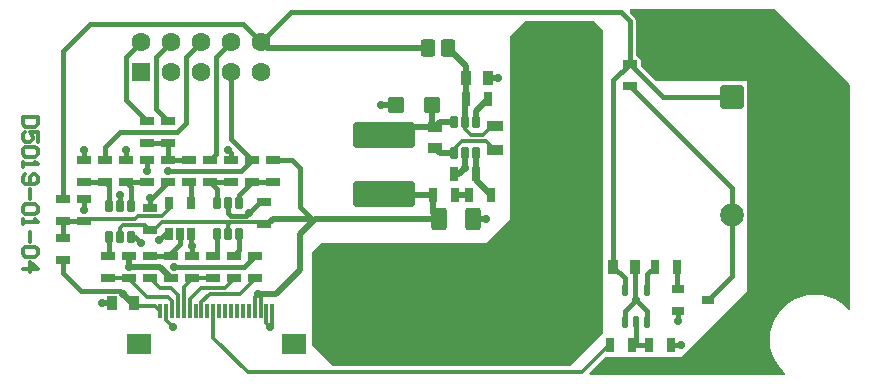
<source format=gtl>
G04*
G04 #@! TF.GenerationSoftware,Altium Limited,Altium Designer,20.1.7 (139)*
G04*
G04 Layer_Physical_Order=1*
G04 Layer_Color=255*
%FSLAX25Y25*%
%MOIN*%
G70*
G04*
G04 #@! TF.SameCoordinates,E1A335BD-9FE3-4FE6-8923-20F36EF7B3F0*
G04*
G04*
G04 #@! TF.FilePolarity,Positive*
G04*
G01*
G75*
G04:AMPARAMS|DCode=30|XSize=49.21mil|YSize=27.56mil|CornerRadius=2.76mil|HoleSize=0mil|Usage=FLASHONLY|Rotation=180.000|XOffset=0mil|YOffset=0mil|HoleType=Round|Shape=RoundedRectangle|*
%AMROUNDEDRECTD30*
21,1,0.04921,0.02205,0,0,180.0*
21,1,0.04370,0.02756,0,0,180.0*
1,1,0.00551,-0.02185,0.01102*
1,1,0.00551,0.02185,0.01102*
1,1,0.00551,0.02185,-0.01102*
1,1,0.00551,-0.02185,-0.01102*
%
%ADD30ROUNDEDRECTD30*%
G04:AMPARAMS|DCode=31|XSize=23.62mil|YSize=43.31mil|CornerRadius=5.91mil|HoleSize=0mil|Usage=FLASHONLY|Rotation=0.000|XOffset=0mil|YOffset=0mil|HoleType=Round|Shape=RoundedRectangle|*
%AMROUNDEDRECTD31*
21,1,0.02362,0.03150,0,0,0.0*
21,1,0.01181,0.04331,0,0,0.0*
1,1,0.01181,0.00591,-0.01575*
1,1,0.01181,-0.00591,-0.01575*
1,1,0.01181,-0.00591,0.01575*
1,1,0.01181,0.00591,0.01575*
%
%ADD31ROUNDEDRECTD31*%
G04:AMPARAMS|DCode=32|XSize=49.21mil|YSize=27.56mil|CornerRadius=2.76mil|HoleSize=0mil|Usage=FLASHONLY|Rotation=270.000|XOffset=0mil|YOffset=0mil|HoleType=Round|Shape=RoundedRectangle|*
%AMROUNDEDRECTD32*
21,1,0.04921,0.02205,0,0,270.0*
21,1,0.04370,0.02756,0,0,270.0*
1,1,0.00551,-0.01102,-0.02185*
1,1,0.00551,-0.01102,0.02185*
1,1,0.00551,0.01102,0.02185*
1,1,0.00551,0.01102,-0.02185*
%
%ADD32ROUNDEDRECTD32*%
G04:AMPARAMS|DCode=33|XSize=23.62mil|YSize=43.31mil|CornerRadius=2.36mil|HoleSize=0mil|Usage=FLASHONLY|Rotation=180.000|XOffset=0mil|YOffset=0mil|HoleType=Round|Shape=RoundedRectangle|*
%AMROUNDEDRECTD33*
21,1,0.02362,0.03858,0,0,180.0*
21,1,0.01890,0.04331,0,0,180.0*
1,1,0.00472,-0.00945,0.01929*
1,1,0.00472,0.00945,0.01929*
1,1,0.00472,0.00945,-0.01929*
1,1,0.00472,-0.00945,-0.01929*
%
%ADD33ROUNDEDRECTD33*%
G04:AMPARAMS|DCode=34|XSize=55.12mil|YSize=31.5mil|CornerRadius=3.15mil|HoleSize=0mil|Usage=FLASHONLY|Rotation=180.000|XOffset=0mil|YOffset=0mil|HoleType=Round|Shape=RoundedRectangle|*
%AMROUNDEDRECTD34*
21,1,0.05512,0.02520,0,0,180.0*
21,1,0.04882,0.03150,0,0,180.0*
1,1,0.00630,-0.02441,0.01260*
1,1,0.00630,0.02441,0.01260*
1,1,0.00630,0.02441,-0.01260*
1,1,0.00630,-0.02441,-0.01260*
%
%ADD34ROUNDEDRECTD34*%
G04:AMPARAMS|DCode=35|XSize=55.12mil|YSize=51.18mil|CornerRadius=5.12mil|HoleSize=0mil|Usage=FLASHONLY|Rotation=270.000|XOffset=0mil|YOffset=0mil|HoleType=Round|Shape=RoundedRectangle|*
%AMROUNDEDRECTD35*
21,1,0.05512,0.04095,0,0,270.0*
21,1,0.04488,0.05118,0,0,270.0*
1,1,0.01024,-0.02047,-0.02244*
1,1,0.01024,-0.02047,0.02244*
1,1,0.01024,0.02047,0.02244*
1,1,0.01024,0.02047,-0.02244*
%
%ADD35ROUNDEDRECTD35*%
G04:AMPARAMS|DCode=36|XSize=86.61mil|YSize=204.72mil|CornerRadius=8.66mil|HoleSize=0mil|Usage=FLASHONLY|Rotation=90.000|XOffset=0mil|YOffset=0mil|HoleType=Round|Shape=RoundedRectangle|*
%AMROUNDEDRECTD36*
21,1,0.08661,0.18740,0,0,90.0*
21,1,0.06929,0.20472,0,0,90.0*
1,1,0.01732,0.09370,0.03465*
1,1,0.01732,0.09370,-0.03465*
1,1,0.01732,-0.09370,-0.03465*
1,1,0.01732,-0.09370,0.03465*
%
%ADD36ROUNDEDRECTD36*%
G04:AMPARAMS|DCode=37|XSize=72.84mil|YSize=51.18mil|CornerRadius=7.68mil|HoleSize=0mil|Usage=FLASHONLY|Rotation=270.000|XOffset=0mil|YOffset=0mil|HoleType=Round|Shape=RoundedRectangle|*
%AMROUNDEDRECTD37*
21,1,0.07284,0.03583,0,0,270.0*
21,1,0.05748,0.05118,0,0,270.0*
1,1,0.01535,-0.01791,-0.02874*
1,1,0.01535,-0.01791,0.02874*
1,1,0.01535,0.01791,0.02874*
1,1,0.01535,0.01791,-0.02874*
%
%ADD37ROUNDEDRECTD37*%
G04:AMPARAMS|DCode=38|XSize=49.21mil|YSize=31.5mil|CornerRadius=3.15mil|HoleSize=0mil|Usage=FLASHONLY|Rotation=90.000|XOffset=0mil|YOffset=0mil|HoleType=Round|Shape=RoundedRectangle|*
%AMROUNDEDRECTD38*
21,1,0.04921,0.02520,0,0,90.0*
21,1,0.04291,0.03150,0,0,90.0*
1,1,0.00630,0.01260,0.02146*
1,1,0.00630,0.01260,-0.02146*
1,1,0.00630,-0.01260,-0.02146*
1,1,0.00630,-0.01260,0.02146*
%
%ADD38ROUNDEDRECTD38*%
G04:AMPARAMS|DCode=39|XSize=57.09mil|YSize=49.21mil|CornerRadius=9.84mil|HoleSize=0mil|Usage=FLASHONLY|Rotation=90.000|XOffset=0mil|YOffset=0mil|HoleType=Round|Shape=RoundedRectangle|*
%AMROUNDEDRECTD39*
21,1,0.05709,0.02953,0,0,90.0*
21,1,0.03740,0.04921,0,0,90.0*
1,1,0.01968,0.01476,0.01870*
1,1,0.01968,0.01476,-0.01870*
1,1,0.01968,-0.01476,-0.01870*
1,1,0.01968,-0.01476,0.01870*
%
%ADD39ROUNDEDRECTD39*%
%ADD40R,0.01181X0.05118*%
%ADD41R,0.07874X0.07087*%
G04:AMPARAMS|DCode=42|XSize=19.68mil|YSize=39.37mil|CornerRadius=2.46mil|HoleSize=0mil|Usage=FLASHONLY|Rotation=180.000|XOffset=0mil|YOffset=0mil|HoleType=Round|Shape=RoundedRectangle|*
%AMROUNDEDRECTD42*
21,1,0.01968,0.03445,0,0,180.0*
21,1,0.01476,0.03937,0,0,180.0*
1,1,0.00492,-0.00738,0.01722*
1,1,0.00492,0.00738,0.01722*
1,1,0.00492,0.00738,-0.01722*
1,1,0.00492,-0.00738,-0.01722*
%
%ADD42ROUNDEDRECTD42*%
G04:AMPARAMS|DCode=43|XSize=23.62mil|YSize=43.31mil|CornerRadius=2.36mil|HoleSize=0mil|Usage=FLASHONLY|Rotation=90.000|XOffset=0mil|YOffset=0mil|HoleType=Round|Shape=RoundedRectangle|*
%AMROUNDEDRECTD43*
21,1,0.02362,0.03858,0,0,90.0*
21,1,0.01890,0.04331,0,0,90.0*
1,1,0.00472,0.01929,0.00945*
1,1,0.00472,0.01929,-0.00945*
1,1,0.00472,-0.01929,-0.00945*
1,1,0.00472,-0.01929,0.00945*
%
%ADD43ROUNDEDRECTD43*%
G04:AMPARAMS|DCode=44|XSize=49.21mil|YSize=31.5mil|CornerRadius=3.15mil|HoleSize=0mil|Usage=FLASHONLY|Rotation=180.000|XOffset=0mil|YOffset=0mil|HoleType=Round|Shape=RoundedRectangle|*
%AMROUNDEDRECTD44*
21,1,0.04921,0.02520,0,0,180.0*
21,1,0.04291,0.03150,0,0,180.0*
1,1,0.00630,-0.02146,0.01260*
1,1,0.00630,0.02146,0.01260*
1,1,0.00630,0.02146,-0.01260*
1,1,0.00630,-0.02146,-0.01260*
%
%ADD44ROUNDEDRECTD44*%
%ADD45C,0.01575*%
%ADD46C,0.01181*%
%ADD47C,0.01968*%
%ADD48C,0.01200*%
%ADD49C,0.07874*%
G04:AMPARAMS|DCode=50|XSize=78.74mil|YSize=78.74mil|CornerRadius=7.87mil|HoleSize=0mil|Usage=FLASHONLY|Rotation=270.000|XOffset=0mil|YOffset=0mil|HoleType=Round|Shape=RoundedRectangle|*
%AMROUNDEDRECTD50*
21,1,0.07874,0.06299,0,0,270.0*
21,1,0.06299,0.07874,0,0,270.0*
1,1,0.01575,-0.03150,-0.03150*
1,1,0.01575,-0.03150,0.03150*
1,1,0.01575,0.03150,0.03150*
1,1,0.01575,0.03150,-0.03150*
%
%ADD50ROUNDEDRECTD50*%
%ADD51R,0.06299X0.06299*%
%ADD52C,0.06299*%
%ADD53C,0.02756*%
G36*
X198000Y122000D02*
X201000Y119000D01*
X201000Y18000D01*
X190000Y7000D01*
X111000Y7000D01*
X104000Y14000D01*
X104000Y45000D01*
X107000Y48000D01*
X162000Y48000D01*
X170000Y56000D01*
Y117000D01*
X175000Y122000D01*
X198000Y122000D01*
D02*
G37*
G36*
X283431Y100717D02*
Y25741D01*
X282962Y25568D01*
X282276Y26371D01*
X280484Y27902D01*
X278474Y29133D01*
X276296Y30035D01*
X274004Y30586D01*
X271654Y30771D01*
X269303Y30586D01*
X267011Y30035D01*
X264833Y29133D01*
X262823Y27902D01*
X261031Y26371D01*
X259500Y24578D01*
X258268Y22568D01*
X257366Y20390D01*
X256816Y18098D01*
X256631Y15748D01*
X256816Y13398D01*
X257366Y11106D01*
X258268Y8928D01*
X259500Y6918D01*
X261031Y5125D01*
X261799Y4469D01*
X261626Y4000D01*
X196653Y4000D01*
X196462Y4462D01*
X202000Y10000D01*
X227000Y10000D01*
X249000Y32000D01*
X249000Y102000D01*
X218318Y102000D01*
X213486Y106832D01*
Y108843D01*
X213387Y109340D01*
X213105Y109762D01*
X212683Y110044D01*
X212185Y110143D01*
X211822D01*
Y122000D01*
X211822Y122000D01*
X211684Y122697D01*
X211289Y123289D01*
X211289Y123289D01*
X210000Y124577D01*
Y125950D01*
X258198D01*
X283431Y100717D01*
D02*
G37*
D30*
X210000Y107740D02*
D03*
Y100260D02*
D03*
X56000Y88709D02*
D03*
Y81228D02*
D03*
X88000Y54260D02*
D03*
Y61740D02*
D03*
X63000Y75709D02*
D03*
Y68228D02*
D03*
X56000Y75709D02*
D03*
Y68228D02*
D03*
X21000Y42260D02*
D03*
Y49740D02*
D03*
X50000Y43740D02*
D03*
Y36260D02*
D03*
X21000Y62740D02*
D03*
Y55260D02*
D03*
X42000Y75709D02*
D03*
Y68228D02*
D03*
X49000Y75709D02*
D03*
Y68228D02*
D03*
X78000Y43740D02*
D03*
Y36260D02*
D03*
X84000Y75709D02*
D03*
Y68228D02*
D03*
X91000Y68228D02*
D03*
Y75709D02*
D03*
X36000Y43740D02*
D03*
Y36260D02*
D03*
X35000Y75709D02*
D03*
Y68228D02*
D03*
X71000Y43740D02*
D03*
Y36260D02*
D03*
X70000Y75709D02*
D03*
Y68228D02*
D03*
X57000Y43740D02*
D03*
Y36260D02*
D03*
X28000Y68228D02*
D03*
Y75709D02*
D03*
X43000Y36260D02*
D03*
Y43740D02*
D03*
X64000Y36260D02*
D03*
Y43740D02*
D03*
X50000Y52260D02*
D03*
Y59740D02*
D03*
X28000Y55260D02*
D03*
Y62740D02*
D03*
X77000Y68228D02*
D03*
Y75709D02*
D03*
X49000Y88709D02*
D03*
Y81228D02*
D03*
X85000Y43740D02*
D03*
Y36260D02*
D03*
D31*
X43740Y49882D02*
D03*
X40000D02*
D03*
X36260D02*
D03*
Y60118D02*
D03*
X40000D02*
D03*
X43740D02*
D03*
X151260Y88118D02*
D03*
X155000D02*
D03*
X158740D02*
D03*
Y77882D02*
D03*
X155000D02*
D03*
X151260D02*
D03*
X79740Y50882D02*
D03*
X76000D02*
D03*
X72260D02*
D03*
Y61118D02*
D03*
X76000D02*
D03*
X79740D02*
D03*
D32*
X163740Y64000D02*
D03*
X156260D02*
D03*
X151260Y71000D02*
D03*
X158740D02*
D03*
X216260Y14000D02*
D03*
X223740D02*
D03*
X210740D02*
D03*
X203260D02*
D03*
X218260Y40000D02*
D03*
X225740D02*
D03*
X155260Y96000D02*
D03*
X162740D02*
D03*
X151740Y64000D02*
D03*
X144260D02*
D03*
D33*
X56260Y61118D02*
D03*
X63740D02*
D03*
Y50882D02*
D03*
X60000D02*
D03*
X56260D02*
D03*
D34*
X165000Y79063D02*
D03*
Y86937D02*
D03*
D35*
X132095Y94000D02*
D03*
X143905D02*
D03*
D36*
X128000Y83842D02*
D03*
Y64157D02*
D03*
D37*
X146291Y56000D02*
D03*
X157709D02*
D03*
D38*
X37457Y28000D02*
D03*
X44543D02*
D03*
X162543Y103000D02*
D03*
X155457D02*
D03*
X204457Y40000D02*
D03*
X211543D02*
D03*
D39*
X142555Y113000D02*
D03*
X149445D02*
D03*
D40*
X82890Y25189D02*
D03*
X80921D02*
D03*
X78953D02*
D03*
X76984D02*
D03*
X75016D02*
D03*
X73047D02*
D03*
X71079D02*
D03*
X65173D02*
D03*
X63205D02*
D03*
X61236D02*
D03*
X59268D02*
D03*
X57299D02*
D03*
X55331D02*
D03*
X53362D02*
D03*
X67142D02*
D03*
X69110D02*
D03*
X84858D02*
D03*
X86827D02*
D03*
X88795D02*
D03*
X90764D02*
D03*
D41*
X46276Y14362D02*
D03*
X97850D02*
D03*
D42*
X208260Y32315D02*
D03*
X215740D02*
D03*
Y21685D02*
D03*
X212000D02*
D03*
X208260D02*
D03*
D43*
X225882Y32740D02*
D03*
Y25260D02*
D03*
X236118Y29000D02*
D03*
D44*
X145000Y79457D02*
D03*
Y86543D02*
D03*
D45*
X76000Y79000D02*
X77000Y78000D01*
Y75709D02*
Y78000D01*
X42000Y75709D02*
Y79000D01*
X28000Y75709D02*
Y79000D01*
X21000Y62740D02*
Y112000D01*
X30000Y121000D01*
X81000D01*
X87000Y115000D01*
X50000Y63000D02*
X50772D01*
X56000Y68228D01*
X77000Y82709D02*
X84000Y75709D01*
X77000Y82709D02*
Y105000D01*
X70000Y75709D02*
X72000Y77709D01*
Y110000D01*
X77000Y115000D01*
X42000Y95709D02*
X49000Y88709D01*
X42000Y95709D02*
Y110000D01*
X47000Y115000D01*
X52000Y92709D02*
X56000Y88709D01*
X52000Y92709D02*
Y110000D01*
X57000Y115000D01*
X49000Y71969D02*
Y75709D01*
X56000D02*
Y81228D01*
X35000Y80000D02*
X40000Y85000D01*
X35000Y75709D02*
Y80000D01*
X40000Y85000D02*
X59000D01*
X62000Y88000D01*
X100000Y60000D02*
Y73000D01*
X97291Y75709D02*
X100000Y73000D01*
X91000Y75709D02*
X97291D01*
X79740Y63968D02*
X84000Y68228D01*
X79740Y61118D02*
Y63968D01*
X63000Y68228D02*
X63740Y67488D01*
Y61118D02*
Y67488D01*
X70000Y68228D02*
X72260Y65969D01*
X70000Y68228D02*
X70000Y68228D01*
X72260Y61118D02*
Y65969D01*
X70000Y68228D02*
X77000D01*
X79740Y61118D02*
X80000Y61378D01*
X42000Y68228D02*
X49000D01*
X42000D02*
X43740Y66488D01*
Y60118D02*
Y66488D01*
X35000Y68228D02*
X36260Y66969D01*
Y60118D02*
Y66969D01*
X79740Y45480D02*
Y50882D01*
X72260Y45000D02*
Y50882D01*
X27000Y32000D02*
X39854D01*
X21000Y38000D02*
Y42260D01*
Y38000D02*
X27000Y32000D01*
X63740Y47260D02*
X64000Y47000D01*
X63740Y47260D02*
Y50882D01*
X64000Y43740D02*
Y47000D01*
X45118Y49882D02*
X47000Y48000D01*
X43740Y49882D02*
X45118D01*
X60000Y50882D02*
Y51000D01*
Y47740D02*
Y50882D01*
X39854Y32000D02*
X41000Y30854D01*
X62000Y88000D02*
Y110000D01*
X49000Y81228D02*
X56000D01*
X62000Y110000D02*
X67000Y115000D01*
X28000Y59000D02*
Y62740D01*
X40000Y60118D02*
Y64000D01*
X50000Y59740D02*
Y63000D01*
X53000Y49000D02*
X54882Y50882D01*
X56260D01*
X56000Y71969D02*
X80260D01*
X84000Y75709D01*
X28000Y68228D02*
X35000D01*
X56000Y75709D02*
X63000D01*
X83000Y58000D02*
X86740Y61740D01*
X88000D01*
X82000Y57000D02*
X83000Y58000D01*
X77000Y57000D02*
X82000D01*
X76000Y58000D02*
X77000Y57000D01*
X76000Y58000D02*
Y61118D01*
X104000Y56000D02*
X105000D01*
X100000Y60000D02*
X104000Y56000D01*
X84000Y68228D02*
X84000Y68228D01*
X91000D01*
X211543Y29425D02*
X212000Y28969D01*
X211543Y29425D02*
Y40000D01*
X208260Y25229D02*
X212000Y28969D01*
X208260Y21685D02*
Y25229D01*
X212000Y28969D02*
X215740Y25229D01*
Y21685D02*
Y25229D01*
X225882Y22118D02*
X226000Y22000D01*
X225882Y22118D02*
Y25260D01*
X223740Y14000D02*
X227000D01*
X210740D02*
X216260D01*
X210740D02*
X212000Y15259D01*
Y21685D01*
X97000Y125000D02*
X207000D01*
X210000Y107740D02*
Y122000D01*
X207000Y125000D02*
X210000Y122000D01*
Y100260D02*
X244000Y66260D01*
Y57315D02*
Y66260D01*
X210000Y107740D02*
X221055Y96685D01*
X244000D01*
X204457Y102197D02*
X210000Y107740D01*
X204457Y40000D02*
Y102197D01*
Y40000D02*
X208260Y36197D01*
Y32315D02*
Y36197D01*
X215740Y37480D02*
X218260Y40000D01*
X215740Y32315D02*
Y37480D01*
X225740Y32882D02*
X225882Y32740D01*
X225740Y32882D02*
Y40000D01*
X236118Y29000D02*
X244000Y36882D01*
Y57315D01*
X87000Y115000D02*
X97000Y125000D01*
X28000Y55260D02*
X28000Y55260D01*
X21000Y55260D02*
X28000D01*
X21000Y49740D02*
Y55260D01*
X43740Y49685D02*
Y49882D01*
X58000Y40000D02*
X81260D01*
X85000Y43740D01*
X78000D02*
X79740Y45480D01*
X71000Y43740D02*
X72260Y45000D01*
X36000Y43740D02*
X36260Y44000D01*
Y45000D02*
Y49882D01*
X50000Y43740D02*
X57000D01*
Y44740D02*
X60000Y47740D01*
D46*
X77000Y55000D02*
X88000D01*
X70000Y31000D02*
X80000D01*
X85000Y36000D02*
Y36260D01*
X80000Y31000D02*
X85000Y36000D01*
X67000Y33000D02*
X75000D01*
X78000Y36000D02*
Y36260D01*
X75000Y33000D02*
X78000Y36000D01*
X61236Y25189D02*
Y33236D01*
X64000Y36000D02*
Y36260D01*
X61236Y33236D02*
X64000Y36000D01*
X50000Y36260D02*
X53260Y33000D01*
X57000D01*
X43000Y36000D02*
Y36260D01*
X49000Y30000D02*
X56000D01*
X43000Y36000D02*
X49000Y30000D01*
X44543Y28000D02*
X45543Y27000D01*
X51551D02*
X53362Y25189D01*
X45543Y27000D02*
X51551D01*
X56000Y30000D02*
X57299Y28701D01*
Y25189D02*
Y28701D01*
X59268Y25189D02*
Y30732D01*
X57000Y33000D02*
X59268Y30732D01*
X63205Y25189D02*
Y29205D01*
X67000Y33000D01*
X162063Y82000D02*
X165000Y79063D01*
X154000Y82000D02*
X162063D01*
X151260Y79260D02*
X154000Y82000D01*
X151260Y77882D02*
Y79260D01*
X163937Y86937D02*
X165000D01*
X161000Y84000D02*
X163937Y86937D01*
X157000Y84000D02*
X161000D01*
X155000Y86000D02*
X157000Y84000D01*
X155000Y86000D02*
Y88118D01*
X82500Y5000D02*
X194000D01*
X203010Y14010D01*
X84858Y29858D02*
X86000Y31000D01*
X84858Y25189D02*
Y29858D01*
X86000Y31000D02*
X86827Y30173D01*
Y25189D02*
Y30173D01*
X67142Y28142D02*
X70000Y31000D01*
X67142Y25189D02*
Y28142D01*
X90000Y20000D02*
X90764Y20764D01*
Y25189D01*
X88795Y21205D02*
X90000Y20000D01*
X88795Y21205D02*
Y25189D01*
X54000Y55000D02*
X77000D01*
X76000Y54000D02*
X77000Y55000D01*
X76000Y50882D02*
Y54000D01*
X51260Y52260D02*
X54000Y55000D01*
X50000Y52260D02*
X51260D01*
X40000Y49882D02*
Y53000D01*
X41000Y54000D01*
X48260D01*
X50000Y52260D01*
X28000Y55260D02*
X28740Y56000D01*
X45000D02*
X46000Y57000D01*
X28740Y56000D02*
X45000D01*
X56260Y59260D02*
Y61118D01*
X54000Y57000D02*
X56260Y59260D01*
X46000Y57000D02*
X54000D01*
X43000Y36260D02*
X43000Y36260D01*
X36000Y36260D02*
X43000D01*
X64000Y36260D02*
X64000Y36260D01*
X71000D01*
X71079Y16421D02*
Y25189D01*
Y16421D02*
X82500Y5000D01*
X55331Y22169D02*
X57500Y20000D01*
X55331Y22169D02*
Y25189D01*
D47*
X90000Y55000D02*
X91000Y56000D01*
X104000D01*
X88000Y54260D02*
X88260Y54000D01*
X100000Y39000D02*
Y51000D01*
X92000Y31000D02*
X100000Y39000D01*
Y51000D02*
X105000Y56000D01*
X86000Y31000D02*
X92000D01*
X89000Y113000D02*
X142555D01*
X87000Y115000D02*
X89000Y113000D01*
X127000Y94000D02*
X132095D01*
X145000Y86543D02*
X146575Y88118D01*
X151260D01*
X143905Y87638D02*
X145000Y86543D01*
X143905Y87638D02*
Y94000D01*
X130701Y86543D02*
X145000D01*
X128000Y83842D02*
X130701Y86543D01*
X145000Y79457D02*
X146575Y77882D01*
X151260D01*
X162543Y103000D02*
X166000D01*
X149445Y113000D02*
X155457Y106988D01*
Y103000D02*
Y106988D01*
X155260Y102803D02*
X155457Y103000D01*
X155260Y96000D02*
Y102803D01*
X155000Y95740D02*
X155260Y96000D01*
X155000Y88118D02*
Y95740D01*
X158740Y92000D02*
X162740Y96000D01*
X158740Y88118D02*
Y92000D01*
X153000Y71000D02*
X155000Y73000D01*
X151260Y71000D02*
X153000D01*
X155000Y73000D02*
Y77882D01*
X158740Y69000D02*
X163740Y64000D01*
X158740Y69000D02*
Y71000D01*
Y77882D01*
X157709Y56000D02*
X162000D01*
X151740Y64000D02*
X156260D01*
X105000Y56000D02*
X146291D01*
X144260Y58031D02*
X146291Y56000D01*
X144260Y58031D02*
Y64000D01*
X128157D02*
X144260D01*
X128000Y64157D02*
X128157Y64000D01*
X34000Y28000D02*
X37457D01*
X53260Y40000D02*
X57000Y36260D01*
X43000Y40000D02*
X53260D01*
X43000D02*
Y43740D01*
X43854Y28000D02*
X44543D01*
X41000Y30854D02*
X43854Y28000D01*
D48*
X12498Y90000D02*
X7500D01*
Y87501D01*
X8333Y86668D01*
X11665D01*
X12498Y87501D01*
Y90000D01*
Y81669D02*
Y85002D01*
X9999D01*
X10832Y83336D01*
Y82502D01*
X9999Y81669D01*
X8333D01*
X7500Y82502D01*
Y84169D01*
X8333Y85002D01*
X11665Y80003D02*
X12498Y79170D01*
Y77504D01*
X11665Y76671D01*
X8333D01*
X7500Y77504D01*
Y79170D01*
X8333Y80003D01*
X11665D01*
X7500Y75005D02*
Y73339D01*
Y74172D01*
X12498D01*
X11665Y75005D01*
X8333Y70840D02*
X7500Y70007D01*
Y68340D01*
X8333Y67507D01*
X11665D01*
X12498Y68340D01*
Y70007D01*
X11665Y70840D01*
X10832D01*
X9999Y70007D01*
Y67507D01*
Y65841D02*
Y62509D01*
X11665Y60843D02*
X12498Y60010D01*
Y58344D01*
X11665Y57511D01*
X8333D01*
X7500Y58344D01*
Y60010D01*
X8333Y60843D01*
X11665D01*
X7500Y55844D02*
Y54178D01*
Y55011D01*
X12498D01*
X11665Y55844D01*
X9999Y51679D02*
Y48347D01*
X11665Y46681D02*
X12498Y45848D01*
Y44181D01*
X11665Y43348D01*
X8333D01*
X7500Y44181D01*
Y45848D01*
X8333Y46681D01*
X11665D01*
X7500Y39183D02*
X12498D01*
X9999Y41682D01*
Y38350D01*
D49*
X244000Y57315D02*
D03*
D50*
Y96685D02*
D03*
D51*
X47000Y105000D02*
D03*
D52*
Y115000D02*
D03*
X57000Y105000D02*
D03*
Y115000D02*
D03*
X67000Y105000D02*
D03*
Y115000D02*
D03*
X77000Y105000D02*
D03*
Y115000D02*
D03*
X87000Y105000D02*
D03*
Y115000D02*
D03*
D53*
X64000Y47000D02*
D03*
X49000Y71969D02*
D03*
X28000Y59000D02*
D03*
X40000Y64000D02*
D03*
X53000Y49000D02*
D03*
X56000Y71969D02*
D03*
X203000Y6000D02*
D03*
X219000Y107000D02*
D03*
X86000Y31000D02*
D03*
X34000Y28000D02*
D03*
X58000Y40000D02*
D03*
X43000D02*
D03*
X28000Y79000D02*
D03*
X83000Y58000D02*
D03*
X162000Y56000D02*
D03*
X127000Y94000D02*
D03*
X42000Y79000D02*
D03*
X50000Y63000D02*
D03*
X227000Y14000D02*
D03*
X257000Y6000D02*
D03*
X281000Y31000D02*
D03*
X226000Y22000D02*
D03*
X281000Y100000D02*
D03*
X251000Y103000D02*
D03*
X257000Y123000D02*
D03*
X169000Y49000D02*
D03*
X244000Y20000D02*
D03*
X197000Y118000D02*
D03*
X189000Y10000D02*
D03*
X198000Y19000D02*
D03*
X176000Y118000D02*
D03*
X112000Y9000D02*
D03*
X108000Y44000D02*
D03*
X41000Y30854D02*
D03*
X47000Y48000D02*
D03*
X166000Y103000D02*
D03*
X155000Y73000D02*
D03*
X76000Y79000D02*
D03*
X57500Y20000D02*
D03*
X212000Y28969D02*
D03*
X215000Y123000D02*
D03*
X90000Y20000D02*
D03*
M02*

</source>
